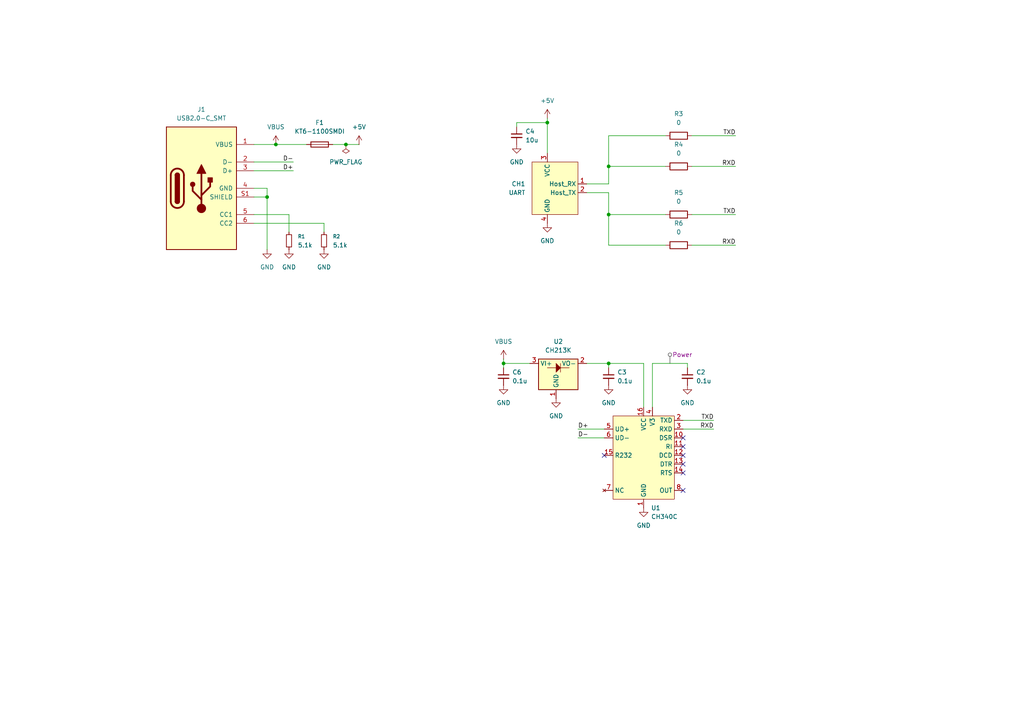
<source format=kicad_sch>
(kicad_sch (version 20250114) (generator "eeschema") (generator_version "9.0")
  (paper "A4")
  (lib_symbols
    (symbol "$74th:CH213K-Ideal_Diode_for_USB_Power"
      (property "Reference" "U" (at -3.81 7.62 0))
      (property "Value" "CH213K" (at 5.08 7.62 0))
      (symbol "CH213K-Ideal_Diode_for_USB_Power_0_1"
        (polyline (pts (xy -2.54 2.54) (xy 3.81 2.54)))
        (polyline (pts (xy 1.27 3.81) (xy 1.27 1.27)))
      )
      (symbol "CH213K-Ideal_Diode_for_USB_Power_1_1"
        (rectangle (start -5.08 5.08) (end 6.35 -3.81) (stroke (width 0.254)) (fill (type background)))
        (polyline (pts (xy 0 3.81) (xy 0 1.27) (xy 1.27 2.54) (xy 0 3.81)) (fill (type outline)))
        (pin power_in line (at -7.62 3.81 0) (length 2.54) (name "VI+") (number "3"))
        (pin power_in line (at 0 -6.35 90) (length 2.54) (name "GND") (number "1"))
        (pin power_out line (at 8.89 3.81 180) (length 2.54) (name "VO-") (number "2"))
      )
    )
    (symbol "74th_ApplicationIC:CH340C_USB-UART"
      (property "Reference" "U" (at -6.35 7.62 0))
      (property "Value" "CH340C" (at 8.89 7.62 0))
      (symbol "CH340C_USB-UART_0_1"
        (rectangle (start -8.89 6.35) (end 8.89 -17.78) (stroke (width 0.1524)) (fill (type background)))
      )
      (symbol "CH340C_USB-UART_1_1"
        (pin bidirectional line (at -11.43 2.54 0) (length 2.54) (name "UD+") (number "5"))
        (pin bidirectional line (at -11.43 0 0) (length 2.54) (name "UD-") (number "6"))
        (pin input line (at -11.43 -5.08 0) (length 2.54) (name "R232") (number "15"))
        (pin no_connect line (at -11.43 -15.24 0) (length 2.54) (name "NC") (number "7"))
        (pin power_in line (at 0 8.89 270) (length 2.54) (name "VCC") (number "16"))
        (pin power_in line (at 0 -20.32 90) (length 2.54) (name "GND") (number "1"))
        (pin power_out line (at 2.54 8.89 270) (length 2.54) (name "V3") (number "4"))
        (pin output line (at 11.43 5.08 180) (length 2.54) (name "TXD") (number "2"))
        (pin input line (at 11.43 2.54 180) (length 2.54) (name "RXD") (number "3"))
        (pin output line (at 11.43 0 180) (length 2.54) (name "DSR") (number "10"))
        (pin output line (at 11.43 -2.54 180) (length 2.54) (name "RI") (number "11"))
        (pin output line (at 11.43 -5.08 180) (length 2.54) (name "DCD") (number "12"))
        (pin output line (at 11.43 -7.62 180) (length 2.54) (name "DTR") (number "13"))
        (pin output line (at 11.43 -10.16 180) (length 2.54) (name "RTS") (number "14"))
        (pin output line (at 11.43 -15.24 180) (length 2.54) (name "OUT") (number "8"))
      )
    )
    (symbol "74th_Interface:UART_Grove_Host-Side"
      (property "Reference" "CH" (at 3.81 11.43 0))
      (property "Value" "UART_Grove_Host-Side" (at 3.81 8.89 0))
      (symbol "UART_Grove_Host-Side_0_1"
        (rectangle (start -4.445 7.62) (end 8.89 -7.62) (stroke (width 0.1524)) (fill (type background)))
      )
      (symbol "UART_Grove_Host-Side_1_1"
        (pin power_in line (at 0 10.16 270) (length 2.54) (name "VCC") (number "3"))
        (pin power_in line (at 0 -10.16 90) (length 2.54) (name "GND") (number "4"))
        (pin output line (at 11.43 1.27 180) (length 2.54) (name "Host_RX") (number "1"))
        (pin input line (at 11.43 -1.27 180) (length 2.54) (name "Host_TX") (number "2"))
      )
    )
    (symbol "74th_Interface:USB_TypeC-2.0_Receptacle_Simple" (pin_names (offset 1.016))
      (property "Reference" "J" (at -10.16 19.05 0))
      (property "Value" "USB2.0-C_SMT" (at 15.24 19.05 0))
      (symbol "USB_TypeC-2.0_Receptacle_Simple_0_1"
        (rectangle (start -10.16 17.78) (end 10.16 -17.78) (stroke (width 0.254)) (fill (type background)))
        (polyline (pts (xy -8.89 -3.81) (xy -8.89 3.81)) (stroke (width 0.508)))
        (rectangle (start -7.62 -3.81) (end -6.35 3.81) (stroke (width 0.254)) (fill (type outline)))
        (arc (start -7.62 3.81) (mid -6.985 4.4423) (end -6.35 3.81) (stroke (width 0.254)))
        (arc (start -7.62 3.81) (mid -6.985 4.4423) (end -6.35 3.81) (stroke (width 0.254)) (fill (type outline)))
        (arc (start -8.89 3.81) (mid -6.985 5.7067) (end -5.08 3.81) (stroke (width 0.508)))
        (arc (start -5.08 -3.81) (mid -6.985 -5.7067) (end -8.89 -3.81) (stroke (width 0.508)))
        (arc (start -6.35 -3.81) (mid -6.985 -4.4423) (end -7.62 -3.81) (stroke (width 0.254)))
        (arc (start -6.35 -3.81) (mid -6.985 -4.4423) (end -7.62 -3.81) (stroke (width 0.254)) (fill (type outline)))
        (polyline (pts (xy -5.08 3.81) (xy -5.08 -3.81)) (stroke (width 0.508)))
        (circle (center -2.54 1.143) (radius 0.635) (stroke (width 0.254)) (fill (type outline)))
        (polyline (pts (xy -1.27 4.318) (xy 0 6.858) (xy 1.27 4.318) (xy -1.27 4.318)) (stroke (width 0.254)) (fill (type outline)))
        (polyline (pts (xy 0 -2.032) (xy 2.54 0.508) (xy 2.54 1.778)) (stroke (width 0.508)))
        (polyline (pts (xy 0 -3.302) (xy -2.54 -0.762) (xy -2.54 0.508)) (stroke (width 0.508)))
        (polyline (pts (xy 0 -5.842) (xy 0 4.318)) (stroke (width 0.508)))
        (circle (center 0 -5.842) (radius 1.27) (fill (type outline)))
        (rectangle (start 1.905 1.778) (end 3.175 3.048) (stroke (width 0.254)) (fill (type outline)))
      )
      (symbol "USB_TypeC-2.0_Receptacle_Simple_1_1"
        (pin power_out line (at 15.24 12.7 180) (length 5.08) (name "VBUS") (number "1"))
        (pin bidirectional line (at 15.24 7.62 180) (length 5.08) (name "D-") (number "2"))
        (pin bidirectional line (at 15.24 5.08 180) (length 5.08) (name "D+") (number "3"))
        (pin power_out line (at 15.24 0 180) (length 5.08) (name "GND") (number "4"))
        (pin passive line (at 15.24 -2.54 180) (length 5.08) (name "SHIELD") (number "S1"))
        (pin input line (at 15.24 -7.62 180) (length 5.08) (name "CC1") (number "5"))
        (pin input line (at 15.24 -10.16 180) (length 5.08) (name "CC2") (number "6"))
      )
    )
    (symbol "Device:C_Small" (pin_numbers (hide yes)) (pin_names (offset 0.254) (hide yes))
      (property "Reference" "C" (at 0.254 1.778 0))
      (property "Value" "C_Small" (at 0.254 -2.032 0))
      (symbol "C_Small_0_1"
        (polyline (pts (xy -1.524 0.508) (xy 1.524 0.508)) (stroke (width 0.3048)))
        (polyline (pts (xy -1.524 -0.508) (xy 1.524 -0.508)) (stroke (width 0.3302)))
      )
      (symbol "C_Small_1_1"
        (pin passive line (at 0 2.54 270) (length 2.032) (name "~") (number "1"))
        (pin passive line (at 0 -2.54 90) (length 2.032) (name "~") (number "2"))
      )
    )
    (symbol "Device:Fuse" (pin_numbers (hide yes)) (pin_names (offset 0))
      (property "Reference" "F" (at 2.032 0 90))
      (property "Value" "Fuse" (at -1.905 0 90))
      (symbol "Fuse_0_1"
        (rectangle (start -0.762 -2.54) (end 0.762 2.54) (stroke (width 0.254)))
        (polyline (pts (xy 0 2.54) (xy 0 -2.54)))
      )
      (symbol "Fuse_1_1"
        (pin passive line (at 0 3.81 270) (length 1.27) (name "~") (number "1"))
        (pin passive line (at 0 -3.81 90) (length 1.27) (name "~") (number "2"))
      )
    )
    (symbol "Device:R" (pin_numbers (hide yes)) (pin_names (offset 0))
      (property "Reference" "R" (at 2.032 0 90))
      (property "Value" "R" (at 0 0 90))
      (symbol "R_0_1"
        (rectangle (start -1.016 -2.54) (end 1.016 2.54) (stroke (width 0.254)))
      )
      (symbol "R_1_1"
        (pin passive line (at 0 3.81 270) (length 1.27) (name "~") (number "1"))
        (pin passive line (at 0 -3.81 90) (length 1.27) (name "~") (number "2"))
      )
    )
    (symbol "Device:R_Small" (pin_numbers (hide yes)) (pin_names (offset 0.254) (hide yes))
      (property "Reference" "R" (at 0 0 90))
      (property "Value" "R_Small" (at 1.778 0 90))
      (symbol "R_Small_0_1"
        (rectangle (start -0.762 1.778) (end 0.762 -1.778) (stroke (width 0.2032)))
      )
      (symbol "R_Small_1_1"
        (pin passive line (at 0 2.54 270) (length 0.762) (name "~") (number "1"))
        (pin passive line (at 0 -2.54 90) (length 0.762) (name "~") (number "2"))
      )
    )
    (symbol "power:+5V" (power) (pin_numbers (hide yes)) (pin_names (offset 0) (hide yes))
      (property "Value" "+5V" (at 0 3.556 0))
      (symbol "+5V_0_1"
        (polyline (pts (xy -0.762 1.27) (xy 0 2.54)))
        (polyline (pts (xy 0 2.54) (xy 0.762 1.27)))
        (polyline (pts (xy 0 0) (xy 0 2.54)))
      )
      (symbol "+5V_1_1"
        (pin power_in line (at 0 0 90) (length 0) (name "~") (number "1"))
      )
    )
    (symbol "power:GND" (power) (pin_numbers (hide yes)) (pin_names (offset 0) (hide yes))
      (property "Value" "GND" (at 0 -3.81 0))
      (symbol "GND_0_1"
        (polyline (pts (xy 0 0) (xy 0 -1.27) (xy 1.27 -1.27) (xy 0 -2.54) (xy -1.27 -1.27) (xy 0 -1.27)))
      )
      (symbol "GND_1_1"
        (pin power_in line (at 0 0 270) (length 0) (name "~") (number "1"))
      )
    )
    (symbol "power:PWR_FLAG" (power) (pin_numbers (hide yes)) (pin_names (offset 0) (hide yes))
      (property "Value" "PWR_FLAG" (at 0 3.81 0))
      (symbol "PWR_FLAG_0_0"
        (pin power_out line (at 0 0 90) (length 0) (name "~") (number "1"))
      )
      (symbol "PWR_FLAG_0_1"
        (polyline (pts (xy 0 0) (xy 0 1.27) (xy -1.016 1.905) (xy 0 2.54) (xy 1.016 1.905) (xy 0 1.27)))
      )
    )
    (symbol "power:VBUS" (power) (pin_numbers (hide yes)) (pin_names (offset 0) (hide yes))
      (property "Value" "VBUS" (at 0 3.556 0))
      (symbol "VBUS_0_1"
        (polyline (pts (xy -0.762 1.27) (xy 0 2.54)))
        (polyline (pts (xy 0 2.54) (xy 0.762 1.27)))
        (polyline (pts (xy 0 0) (xy 0 2.54)))
      )
      (symbol "VBUS_1_1"
        (pin power_in line (at 0 0 90) (length 0) (name "~") (number "1"))
      )
    )
  )
  (junction (at 146.05 105.41))
  (junction (at 100.33 41.91))
  (junction (at 176.53 105.41))
  (junction (at 176.53 62.23))
  (junction (at 77.47 57.15))
  (junction (at 158.75 35.56))
  (junction (at 176.53 48.26))
  (junction (at 80.01 41.91))
  (no_connect (at 198.12 127))
  (no_connect (at 175.26 132.08))
  (no_connect (at 198.12 142.24))
  (no_connect (at 198.12 137.16))
  (no_connect (at 198.12 129.54))
  (no_connect (at 198.12 134.62))
  (no_connect (at 198.12 132.08))
  (wire (pts (xy 186.69 118.11) (xy 186.69 105.41)))
  (wire (pts (xy 200.66 48.26) (xy 213.36 48.26)))
  (wire (pts (xy 176.53 62.23) (xy 176.53 55.88)))
  (wire (pts (xy 167.64 127) (xy 175.26 127)))
  (wire (pts (xy 170.18 53.34) (xy 176.53 53.34)))
  (wire (pts (xy 100.33 41.91) (xy 104.14 41.91)))
  (wire (pts (xy 176.53 71.12) (xy 193.04 71.12)))
  (wire (pts (xy 176.53 71.12) (xy 176.53 62.23)))
  (wire (pts (xy 73.66 41.91) (xy 80.01 41.91)))
  (wire (pts (xy 200.66 39.37) (xy 213.36 39.37)))
  (wire (pts (xy 189.23 105.41) (xy 199.39 105.41)))
  (wire (pts (xy 176.53 39.37) (xy 193.04 39.37)))
  (wire (pts (xy 73.66 54.61) (xy 77.47 54.61)))
  (wire (pts (xy 199.39 105.41) (xy 199.39 106.68)))
  (wire (pts (xy 93.98 64.77) (xy 93.98 67.31)))
  (wire (pts (xy 158.75 34.29) (xy 158.75 35.56)))
  (wire (pts (xy 176.53 48.26) (xy 193.04 48.26)))
  (wire (pts (xy 186.69 105.41) (xy 176.53 105.41)))
  (wire (pts (xy 167.64 124.46) (xy 175.26 124.46)))
  (wire (pts (xy 198.12 124.46) (xy 207.01 124.46)))
  (wire (pts (xy 77.47 57.15) (xy 77.47 72.39)))
  (wire (pts (xy 198.12 121.92) (xy 207.01 121.92)))
  (wire (pts (xy 189.23 118.11) (xy 189.23 105.41)))
  (wire (pts (xy 146.05 104.14) (xy 146.05 105.41)))
  (wire (pts (xy 77.47 54.61) (xy 77.47 57.15)))
  (wire (pts (xy 170.18 105.41) (xy 176.53 105.41)))
  (wire (pts (xy 158.75 35.56) (xy 158.75 44.45)))
  (wire (pts (xy 73.66 46.99) (xy 85.09 46.99)))
  (wire (pts (xy 200.66 62.23) (xy 213.36 62.23)))
  (wire (pts (xy 146.05 105.41) (xy 146.05 106.68)))
  (wire (pts (xy 149.86 35.56) (xy 158.75 35.56)))
  (wire (pts (xy 153.67 105.41) (xy 146.05 105.41)))
  (wire (pts (xy 200.66 71.12) (xy 213.36 71.12)))
  (wire (pts (xy 80.01 41.91) (xy 88.9 41.91)))
  (wire (pts (xy 73.66 62.23) (xy 83.82 62.23)))
  (wire (pts (xy 176.53 48.26) (xy 176.53 39.37)))
  (wire (pts (xy 83.82 62.23) (xy 83.82 67.31)))
  (wire (pts (xy 176.53 48.26) (xy 176.53 53.34)))
  (wire (pts (xy 176.53 105.41) (xy 176.53 106.68)))
  (wire (pts (xy 170.18 55.88) (xy 176.53 55.88)))
  (wire (pts (xy 193.04 62.23) (xy 176.53 62.23)))
  (wire (pts (xy 73.66 64.77) (xy 93.98 64.77)))
  (wire (pts (xy 73.66 49.53) (xy 85.09 49.53)))
  (wire (pts (xy 96.52 41.91) (xy 100.33 41.91)))
  (wire (pts (xy 149.86 36.83) (xy 149.86 35.56)))
  (wire (pts (xy 73.66 57.15) (xy 77.47 57.15)))
  (label "D+" (at 85.09 49.53 180))
  (label "RXD" (at 213.36 48.26 180))
  (label "TXD" (at 213.36 62.23 180))
  (label "D+" (at 167.64 124.46 0))
  (label "RXD" (at 207.01 124.46 180))
  (label "D-" (at 85.09 46.99 180))
  (label "TXD" (at 207.01 121.92 180))
  (label "D-" (at 167.64 127 0))
  (label "RXD" (at 213.36 71.12 180))
  (label "TXD" (at 213.36 39.37 180))
  (netclass_flag "" (length 2.54) (shape round) (at 194.31 105.41 0) (property "Netclass" "Power" (at 195.0085 102.87 0) (effects (justify left))))
  (symbol (lib_id "Device:R") (at 196.85 48.26 90) (unit 1)
    (property "Reference" "R4" (at 196.85 41.91 90))
    (property "Value" "0" (at 196.85 44.45 90))
    (property "Footprint" "74th:Register_0603_1608" (effects (hide yes)))
    (property "Description" "Resistor" (effects (hide yes)))
  )
  (symbol (lib_id "power:GND") (at 149.86 41.91 0) (unit 1)
    (property "Reference" "#PWR013" (effects (hide yes)))
    (property "Value" "GND" (at 149.86 46.99 0))
    (property "Description" "Power symbol creates a global label with name \"GND\" , ground" (effects (hide yes)))
  )
  (symbol (lib_id "Device:R") (at 196.85 71.12 90) (unit 1)
    (property "Reference" "R6" (at 196.85 64.77 90))
    (property "Value" "0" (at 196.85 67.31 90))
    (property "Footprint" "74th:Register_0603_1608" (effects (hide yes)))
    (property "Description" "Resistor" (effects (hide yes)))
  )
  (symbol (lib_id "Device:R") (at 196.85 39.37 90) (unit 1)
    (property "Reference" "R3" (at 196.85 33.02 90))
    (property "Value" "0" (at 196.85 35.56 90))
    (property "Footprint" "74th:Register_0603_1608" (effects (hide yes)))
    (property "Description" "Resistor" (effects (hide yes)))
  )
  (symbol (lib_id "Device:C_Small") (at 149.86 39.37 0) (unit 1)
    (property "Reference" "C4" (at 152.4 38.1062 0) (effects (justify left)))
    (property "Value" "10u" (at 152.4 40.6462 0) (effects (justify left)))
    (property "Footprint" "74th:Capacitor_0603_1608" (effects (hide yes)))
    (property "Description" "Unpolarized capacitor, small symbol" (effects (hide yes)))
  )
  (symbol (lib_id "power:GND") (at 77.47 72.39 0) (unit 1)
    (property "Reference" "#PWR05" (effects (hide yes)))
    (property "Value" "GND" (at 77.47 77.47 0))
    (property "Description" "Power symbol creates a global label with name \"GND\" , ground" (effects (hide yes)))
  )
  (symbol (lib_id "power:GND") (at 199.39 111.76 0) (unit 1)
    (property "Reference" "#PWR07" (effects (hide yes)))
    (property "Value" "GND" (at 199.39 116.84 0))
    (property "Description" "Power symbol creates a global label with name \"GND\" , ground" (effects (hide yes)))
  )
  (symbol (lib_id "power:+5V") (at 104.14 41.91 0) (unit 1)
    (property "Reference" "#PWR01" (effects (hide yes)))
    (property "Value" "+5V" (at 104.14 36.83 0))
    (property "Description" "Power symbol creates a global label with name \"+5V\"" (effects (hide yes)))
  )
  (symbol (lib_id "74th_Interface:UART_Grove_Host-Side") (at 158.75 54.61 0) (unit 1)
    (property "Reference" "CH1" (at 152.4 53.3399 0) (effects (justify right)))
    (property "Value" "UART" (at 152.4 55.8799 0) (effects (justify right)))
    (property "Footprint" "74th:Connector_HY-2.0_SMD_4Pin" (effects (hide yes)))
  )
  (symbol (lib_id "Device:R_Small") (at 83.82 69.85 0) (unit 1)
    (property "Reference" "R1" (at 86.36 68.5799 0) (effects (font (size 1.016 1.016)) (justify left)))
    (property "Value" "5.1k" (at 86.36 71.1199 0) (effects (justify left)))
    (property "Footprint" "74th:Register_0603_1608" (effects (hide yes)))
    (property "Description" "Resistor, small symbol" (effects (hide yes)))
  )
  (symbol (lib_id "power:GND") (at 158.75 64.77 0) (unit 1)
    (property "Reference" "#PWR010" (effects (hide yes)))
    (property "Value" "GND" (at 158.75 69.85 0))
    (property "Description" "Power symbol creates a global label with name \"GND\" , ground" (effects (hide yes)))
  )
  (symbol (lib_id "power:PWR_FLAG") (at 100.33 41.91 180) (unit 1)
    (property "Reference" "#FLG01" (effects (hide yes)))
    (property "Value" "PWR_FLAG" (at 100.33 46.99 0))
    (property "Description" "Special symbol for telling ERC where power comes from" (effects (hide yes)))
  )
  (symbol (lib_id "power:GND") (at 186.69 147.32 0) (unit 1)
    (property "Reference" "#PWR06" (effects (hide yes)))
    (property "Value" "GND" (at 186.69 152.4 0))
    (property "Description" "Power symbol creates a global label with name \"GND\" , ground" (effects (hide yes)))
  )
  (symbol (lib_id "Device:C_Small") (at 176.53 109.22 0) (unit 1)
    (property "Reference" "C3" (at 179.07 107.9562 0) (effects (justify left)))
    (property "Value" "0.1u" (at 179.07 110.4962 0) (effects (justify left)))
    (property "Footprint" "74th:Capacitor_0603_1608" (effects (hide yes)))
    (property "Description" "Unpolarized capacitor, small symbol" (effects (hide yes)))
  )
  (symbol (lib_id "Device:Fuse") (at 92.71 41.91 90) (unit 1)
    (property "Reference" "F1" (at 92.71 35.56 90))
    (property "Value" "KT6-1100SMDI" (at 92.71 38.1 90))
    (property "Footprint" "74th:Package_Fuse_1812_4532m" (effects (hide yes)))
    (property "Description" "Fuse" (effects (hide yes)))
  )
  (symbol (lib_id "74th_Interface:USB_TypeC-2.0_Receptacle_Simple") (at 58.42 54.61 0) (unit 1)
    (property "Reference" "J1" (at 58.42 31.75 0))
    (property "Value" "USB2.0-C_SMT" (at 58.42 34.29 0))
    (property "Footprint" "74th:Connector_USB-C-Receptacle_SMT_12-Pin_Simple" (effects (hide yes)))
    (property "Datasheet" "https://www.usb.org/sites/default/files/documents/usb_type-c.zip" (effects (hide yes)))
    (property "Description" "USB 2.0-only Type-C Plug connector" (effects (hide yes)))
  )
  (symbol (lib_id "$74th:CH213K-Ideal_Diode_for_USB_Power") (at 161.29 109.22 0) (unit 1)
    (property "Reference" "U2" (at 161.925 99.06 0))
    (property "Value" "CH213K" (at 161.925 101.6 0))
    (property "Footprint" "74th:Package_SOT-23" (effects (hide yes)))
  )
  (symbol (lib_id "74th_ApplicationIC:CH340C_USB-UART") (at 186.69 127 0) (unit 1)
    (property "Reference" "U1" (at 188.8333 147.32 0) (effects (justify left)))
    (property "Value" "CH340C" (at 188.8333 149.86 0) (effects (justify left)))
    (property "Footprint" "74th:Package_SOIC-16_3.9x9.9mm_P1.27mm" (effects (hide yes)))
  )
  (symbol (lib_id "Device:R_Small") (at 93.98 69.85 0) (unit 1)
    (property "Reference" "R2" (at 96.52 68.5799 0) (effects (font (size 1.016 1.016)) (justify left)))
    (property "Value" "5.1k" (at 96.52 71.1199 0) (effects (justify left)))
    (property "Footprint" "74th:Register_0603_1608" (effects (hide yes)))
    (property "Description" "Resistor, small symbol" (effects (hide yes)))
  )
  (symbol (lib_id "power:VBUS") (at 80.01 41.91 0) (unit 1)
    (property "Reference" "#PWR02" (effects (hide yes)))
    (property "Value" "VBUS" (at 80.01 36.83 0))
    (property "Description" "Power symbol creates a global label with name \"VBUS\"" (effects (hide yes)))
  )
  (symbol (lib_id "power:GND") (at 176.53 111.76 0) (unit 1)
    (property "Reference" "#PWR08" (effects (hide yes)))
    (property "Value" "GND" (at 176.53 116.84 0))
    (property "Description" "Power symbol creates a global label with name \"GND\" , ground" (effects (hide yes)))
  )
  (symbol (lib_id "power:GND") (at 83.82 72.39 0) (unit 1)
    (property "Reference" "#PWR03" (effects (hide yes)))
    (property "Value" "GND" (at 83.82 77.47 0))
    (property "Description" "Power symbol creates a global label with name \"GND\" , ground" (effects (hide yes)))
  )
  (symbol (lib_id "power:GND") (at 161.29 115.57 0) (unit 1)
    (property "Reference" "#PWR016" (effects (hide yes)))
    (property "Value" "GND" (at 161.29 120.65 0))
    (property "Description" "Power symbol creates a global label with name \"GND\" , ground" (effects (hide yes)))
  )
  (symbol (lib_id "Device:C_Small") (at 199.39 109.22 0) (unit 1)
    (property "Reference" "C2" (at 201.93 107.9562 0) (effects (justify left)))
    (property "Value" "0.1u" (at 201.93 110.4962 0) (effects (justify left)))
    (property "Footprint" "74th:Capacitor_0603_1608" (effects (hide yes)))
    (property "Description" "Unpolarized capacitor, small symbol" (effects (hide yes)))
  )
  (symbol (lib_id "power:VBUS") (at 146.05 104.14 0) (unit 1)
    (property "Reference" "#PWR011" (effects (hide yes)))
    (property "Value" "VBUS" (at 146.05 99.06 0))
    (property "Description" "Power symbol creates a global label with name \"VBUS\"" (effects (hide yes)))
  )
  (symbol (lib_id "power:+5V") (at 158.75 34.29 0) (unit 1)
    (property "Reference" "#PWR012" (effects (hide yes)))
    (property "Value" "+5V" (at 158.75 29.21 0))
    (property "Description" "Power symbol creates a global label with name \"+5V\"" (effects (hide yes)))
  )
  (symbol (lib_id "Device:R") (at 196.85 62.23 90) (unit 1)
    (property "Reference" "R5" (at 196.85 55.88 90))
    (property "Value" "0" (at 196.85 58.42 90))
    (property "Footprint" "74th:Register_0603_1608" (effects (hide yes)))
    (property "Description" "Resistor" (effects (hide yes)))
  )
  (symbol (lib_id "power:GND") (at 146.05 111.76 0) (unit 1)
    (property "Reference" "#PWR017" (effects (hide yes)))
    (property "Value" "GND" (at 146.05 116.84 0))
    (property "Description" "Power symbol creates a global label with name \"GND\" , ground" (effects (hide yes)))
  )
  (symbol (lib_id "Device:C_Small") (at 146.05 109.22 0) (unit 1)
    (property "Reference" "C6" (at 148.59 107.9562 0) (effects (justify left)))
    (property "Value" "0.1u" (at 148.59 110.4962 0) (effects (justify left)))
    (property "Footprint" "74th:Capacitor_0603_1608" (effects (hide yes)))
    (property "Description" "Unpolarized capacitor, small symbol" (effects (hide yes)))
  )
  (symbol (lib_id "power:GND") (at 93.98 72.39 0) (unit 1)
    (property "Reference" "#PWR04" (effects (hide yes)))
    (property "Value" "GND" (at 93.98 77.47 0))
    (property "Description" "Power symbol creates a global label with name \"GND\" , ground" (effects (hide yes)))
  )
)
</source>
